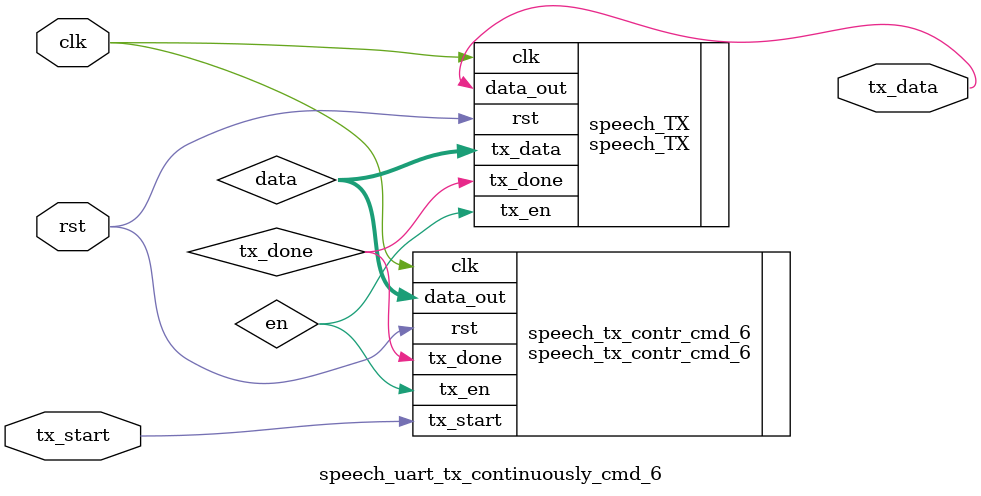
<source format=v>
`timescale 1ns / 1ps
module speech_uart_tx_continuously_cmd_6(
	input clk,
	input rst,
	input tx_start,
	output tx_data
    );
	
	wire [7:0] data;
	wire en;
	wire tx_done;

	
	
	speech_TX speech_TX(
    .clk(clk),
    .rst(rst),
    .tx_data(data),
    .tx_en(en),
	.tx_done(tx_done),
    .data_out(tx_data)
    );
	
	
	speech_tx_contr_cmd_6 speech_tx_contr_cmd_6(
	.clk(clk),
	.rst(rst),
	.tx_start(tx_start),
	.tx_done(tx_done),
	.tx_en(en),
	.data_out(data)
    );

endmodule

</source>
